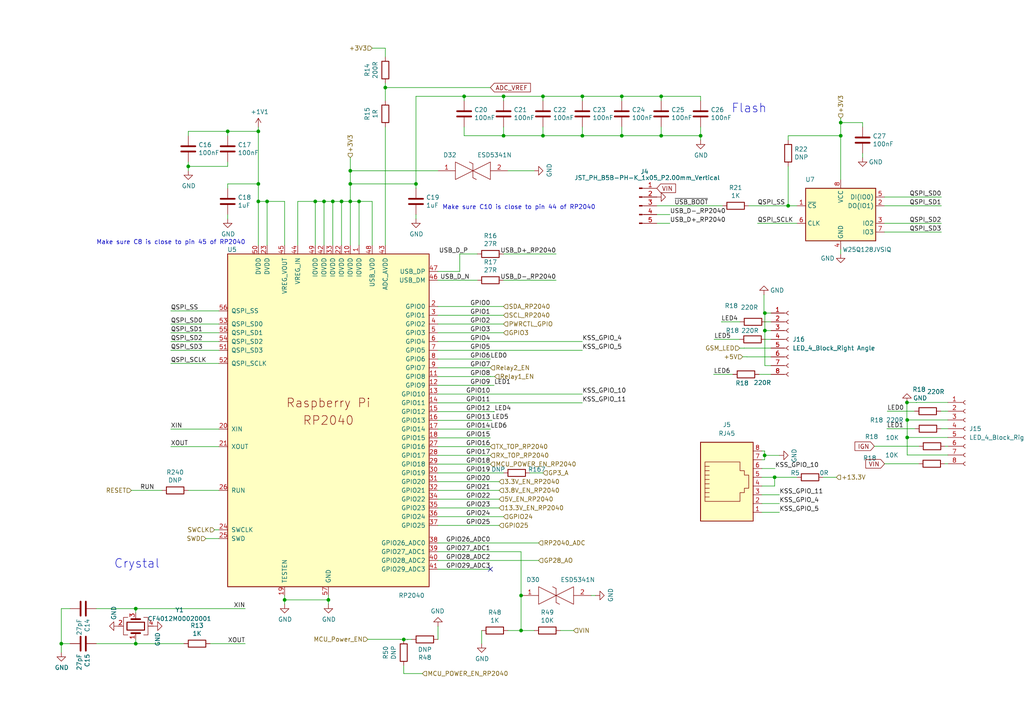
<source format=kicad_sch>
(kicad_sch (version 20231120) (generator "eeschema") (generator_version "8.0")
  (paper "A4")
  (lib_symbols
    (symbol "Connector:Conn_01x05_Male" (pin_names (offset 1.016) hide)
      (property "Reference" "J" (at 0 7.62 0))
      (property "Value" "Conn_01x05_Male" (at 0 -7.62 0))
      (symbol "Conn_01x05_Male_1_1"
        (pin passive line (at 5.08 5.08 180) (length 3.81) (name "Pin_1") (number "1"))
        (pin passive line (at 5.08 2.54 180) (length 3.81) (name "Pin_2") (number "2"))
        (pin passive line (at 5.08 0 180) (length 3.81) (name "Pin_3") (number "3"))
        (pin passive line (at 5.08 -2.54 180) (length 3.81) (name "Pin_4") (number "4"))
        (pin passive line (at 5.08 -5.08 180) (length 3.81) (name "Pin_5") (number "5"))
      )
    )
    (symbol "Connector:Conn_01x08_Socket" (pin_names (offset 1.016) hide)
      (property "Reference" "J" (at 0 10.16 0))
      (property "Value" "Conn_01x08_Socket" (at 0 -12.7 0))
      (symbol "Conn_01x08_Socket_1_1"
        (pin passive line (at -5.08 7.62 0) (length 3.81) (name "Pin_1") (number "1"))
        (pin passive line (at -5.08 5.08 0) (length 3.81) (name "Pin_2") (number "2"))
        (pin passive line (at -5.08 2.54 0) (length 3.81) (name "Pin_3") (number "3"))
        (pin passive line (at -5.08 0 0) (length 3.81) (name "Pin_4") (number "4"))
        (pin passive line (at -5.08 -2.54 0) (length 3.81) (name "Pin_5") (number "5"))
        (pin passive line (at -5.08 -5.08 0) (length 3.81) (name "Pin_6") (number "6"))
        (pin passive line (at -5.08 -7.62 0) (length 3.81) (name "Pin_7") (number "7"))
        (pin passive line (at -5.08 -10.16 0) (length 3.81) (name "Pin_8") (number "8"))
      )
    )
    (symbol "Connector:RJ45" (pin_names (offset 1.016))
      (property "Reference" "J" (at -5.08 13.97 0))
      (property "Value" "RJ45" (at 2.54 13.97 0))
      (symbol "RJ45_1_1"
        (pin passive line (at 10.16 -7.62 180) (length 2.54) (name "~") (number "1"))
        (pin passive line (at 10.16 -5.08 180) (length 2.54) (name "~") (number "2"))
        (pin passive line (at 10.16 -2.54 180) (length 2.54) (name "~") (number "3"))
        (pin passive line (at 10.16 0 180) (length 2.54) (name "~") (number "4"))
        (pin passive line (at 10.16 2.54 180) (length 2.54) (name "~") (number "5"))
        (pin passive line (at 10.16 5.08 180) (length 2.54) (name "~") (number "6"))
        (pin passive line (at 10.16 7.62 180) (length 2.54) (name "~") (number "7"))
        (pin passive line (at 10.16 10.16 180) (length 2.54) (name "~") (number "8"))
      )
    )
    (symbol "Device:C" (pin_numbers hide) (pin_names (offset 0.254))
      (property "Reference" "C" (at 0.635 2.54 0))
      (property "Value" "C" (at 0.635 -2.54 0))
      (symbol "C_1_1"
        (pin passive line (at 0 3.81 270) (length 2.794) (name "~") (number "1"))
        (pin passive line (at 0 -3.81 90) (length 2.794) (name "~") (number "2"))
      )
    )
    (symbol "Device:Crystal_GND24" (pin_names (offset 1.016) hide)
      (property "Reference" "Y" (at 3.175 5.08 0))
      (property "Value" "Crystal_GND24" (at 3.175 3.175 0))
      (symbol "Crystal_GND24_1_1"
        (pin passive line (at -3.81 0 0) (length 1.27) (name "1") (number "1"))
        (pin passive line (at 0 5.08 270) (length 1.27) (name "2") (number "2"))
        (pin passive line (at 3.81 0 180) (length 1.27) (name "3") (number "3"))
        (pin passive line (at 0 -5.08 90) (length 1.27) (name "4") (number "4"))
      )
    )
    (symbol "Device:R" (pin_numbers hide) (pin_names (offset 0))
      (property "Reference" "R" (at 2.032 0 90))
      (property "Value" "R" (at 0 0 90))
      (symbol "R_1_1"
        (pin passive line (at 0 3.81 270) (length 1.27) (name "~") (number "1"))
        (pin passive line (at 0 -3.81 90) (length 1.27) (name "~") (number "2"))
      )
    )
    (symbol "MCU_RaspberryPi_RP2040:RP2040" (pin_names (offset 1.016))
      (property "Reference" "U" (at -29.21 49.53 0))
      (property "Value" "RP2040" (at 24.13 -49.53 0))
      (symbol "RP2040_0_0"
        (text "Raspberry Pi" (at 0 5.08 0) (effects (font (size 2.54 2.54))))
        (text "RP2040" (at 0 0 0) (effects (font (size 2.54 2.54))))
      )
      (symbol "RP2040_1_1"
        (pin power_in line (at 8.89 50.8 270) (length 2.54) (name "IOVDD") (number "1"))
        (pin power_in line (at 6.35 50.8 270) (length 2.54) (name "IOVDD") (number "10"))
        (pin bidirectional line (at 31.75 12.7 180) (length 2.54) (name "GPIO8") (number "11"))
        (pin bidirectional line (at 31.75 10.16 180) (length 2.54) (name "GPIO9") (number "12"))
        (pin bidirectional line (at 31.75 7.62 180) (length 2.54) (name "GPIO10") (number "13"))
        (pin bidirectional line (at 31.75 5.08 180) (length 2.54) (name "GPIO11") (number "14"))
        (pin bidirectional line (at 31.75 2.54 180) (length 2.54) (name "GPIO12") (number "15"))
        (pin bidirectional line (at 31.75 0 180) (length 2.54) (name "GPIO13") (number "16"))
        (pin bidirectional line (at 31.75 -2.54 180) (length 2.54) (name "GPIO14") (number "17"))
        (pin bidirectional line (at 31.75 -5.08 180) (length 2.54) (name "GPIO15") (number "18"))
        (pin passive line (at -12.7 -50.8 90) (length 2.54) (name "TESTEN") (number "19"))
        (pin bidirectional line (at 31.75 33.02 180) (length 2.54) (name "GPIO0") (number "2"))
        (pin input line (at -31.75 -2.54 0) (length 2.54) (name "XIN") (number "20"))
        (pin passive line (at -31.75 -7.62 0) (length 2.54) (name "XOUT") (number "21"))
        (pin power_in line (at 3.81 50.8 270) (length 2.54) (name "IOVDD") (number "22"))
        (pin power_in line (at -17.78 50.8 270) (length 2.54) (name "DVDD") (number "23"))
        (pin output line (at -31.75 -31.75 0) (length 2.54) (name "SWCLK") (number "24"))
        (pin bidirectional line (at -31.75 -34.29 0) (length 2.54) (name "SWD") (number "25"))
        (pin input line (at -31.75 -20.32 0) (length 2.54) (name "RUN") (number "26"))
        (pin bidirectional line (at 31.75 -7.62 180) (length 2.54) (name "GPIO16") (number "27"))
        (pin bidirectional line (at 31.75 -10.16 180) (length 2.54) (name "GPIO17") (number "28"))
        (pin bidirectional line (at 31.75 -12.7 180) (length 2.54) (name "GPIO18") (number "29"))
        (pin bidirectional line (at 31.75 30.48 180) (length 2.54) (name "GPIO1") (number "3"))
        (pin bidirectional line (at 31.75 -15.24 180) (length 2.54) (name "GPIO19") (number "30"))
        (pin bidirectional line (at 31.75 -17.78 180) (length 2.54) (name "GPIO20") (number "31"))
        (pin bidirectional line (at 31.75 -20.32 180) (length 2.54) (name "GPIO21") (number "32"))
        (pin power_in line (at 1.27 50.8 270) (length 2.54) (name "IOVDD") (number "33"))
        (pin bidirectional line (at 31.75 -22.86 180) (length 2.54) (name "GPIO22") (number "34"))
        (pin bidirectional line (at 31.75 -25.4 180) (length 2.54) (name "GPIO23") (number "35"))
        (pin bidirectional line (at 31.75 -27.94 180) (length 2.54) (name "GPIO24") (number "36"))
        (pin bidirectional line (at 31.75 -30.48 180) (length 2.54) (name "GPIO25") (number "37"))
        (pin bidirectional line (at 31.75 -35.56 180) (length 2.54) (name "GPIO26_ADC0") (number "38"))
        (pin bidirectional line (at 31.75 -38.1 180) (length 2.54) (name "GPIO27_ADC1") (number "39"))
        (pin bidirectional line (at 31.75 27.94 180) (length 2.54) (name "GPIO2") (number "4"))
        (pin bidirectional line (at 31.75 -40.64 180) (length 2.54) (name "GPIO28_ADC2") (number "40"))
        (pin bidirectional line (at 31.75 -43.18 180) (length 2.54) (name "GPIO29_ADC3") (number "41"))
        (pin power_in line (at -1.27 50.8 270) (length 2.54) (name "IOVDD") (number "42"))
        (pin power_in line (at 16.51 50.8 270) (length 2.54) (name "ADC_AVDD") (number "43"))
        (pin power_in line (at -8.89 50.8 270) (length 2.54) (name "VREG_IN") (number "44"))
        (pin power_out line (at -12.7 50.8 270) (length 2.54) (name "VREG_VOUT") (number "45"))
        (pin bidirectional line (at 31.75 40.64 180) (length 2.54) (name "USB_DM") (number "46"))
        (pin bidirectional line (at 31.75 43.18 180) (length 2.54) (name "USB_DP") (number "47"))
        (pin power_in line (at 12.7 50.8 270) (length 2.54) (name "USB_VDD") (number "48"))
        (pin power_in line (at -3.81 50.8 270) (length 2.54) (name "IOVDD") (number "49"))
        (pin bidirectional line (at 31.75 25.4 180) (length 2.54) (name "GPIO3") (number "5"))
        (pin power_in line (at -20.32 50.8 270) (length 2.54) (name "DVDD") (number "50"))
        (pin bidirectional line (at -31.75 20.32 0) (length 2.54) (name "QSPI_SD3") (number "51"))
        (pin output line (at -31.75 16.51 0) (length 2.54) (name "QSPI_SCLK") (number "52"))
        (pin bidirectional line (at -31.75 27.94 0) (length 2.54) (name "QSPI_SD0") (number "53"))
        (pin bidirectional line (at -31.75 22.86 0) (length 2.54) (name "QSPI_SD2") (number "54"))
        (pin bidirectional line (at -31.75 25.4 0) (length 2.54) (name "QSPI_SD1") (number "55"))
        (pin bidirectional line (at -31.75 31.75 0) (length 2.54) (name "QSPI_SS") (number "56"))
        (pin power_in line (at 0 -50.8 90) (length 2.54) (name "GND") (number "57"))
        (pin bidirectional line (at 31.75 22.86 180) (length 2.54) (name "GPIO4") (number "6"))
        (pin bidirectional line (at 31.75 20.32 180) (length 2.54) (name "GPIO5") (number "7"))
        (pin bidirectional line (at 31.75 17.78 180) (length 2.54) (name "GPIO6") (number "8"))
        (pin bidirectional line (at 31.75 15.24 180) (length 2.54) (name "GPIO7") (number "9"))
      )
    )
    (symbol "Memory_Flash:W25Q128JVS"
      (property "Reference" "U" (at -8.89 8.89 0))
      (property "Value" "W25Q128JVS" (at 7.62 8.89 0))
      (symbol "W25Q128JVS_1_1"
        (pin input line (at -12.7 2.54 0) (length 2.54) (name "~{CS}") (number "1"))
        (pin bidirectional line (at 12.7 2.54 180) (length 2.54) (name "DO(IO1)") (number "2"))
        (pin bidirectional line (at 12.7 -2.54 180) (length 2.54) (name "IO2") (number "3"))
        (pin power_in line (at 0 -10.16 90) (length 2.54) (name "GND") (number "4"))
        (pin bidirectional line (at 12.7 5.08 180) (length 2.54) (name "DI(IO0)") (number "5"))
        (pin input line (at -12.7 -2.54 0) (length 2.54) (name "CLK") (number "6"))
        (pin bidirectional line (at 12.7 -5.08 180) (length 2.54) (name "IO3") (number "7"))
        (pin power_in line (at 0 10.16 270) (length 2.54) (name "VCC") (number "8"))
      )
    )
    (symbol "SP0402B-ULC-01ETG:SP0402B-ULC-01ETG" (pin_names (offset 0.762))
      (property "Reference" "D" (at 12.7 8.89 0))
      (property "Value" "SP0402B-ULC-01ETG" (at 12.7 6.35 0))
      (symbol "SP0402B-ULC-01ETG_0_0"
        (pin passive line (at 0 0 0) (length 5.08) (name "~") (number "1"))
        (pin passive line (at 20.32 0 180) (length 5.08) (name "~") (number "2"))
      )
    )
    (symbol "power:+1V1" (power) (pin_names (offset 0))
      (property "Value" "+1V1" (at 0 3.556 0))
      (symbol "+1V1_1_1"
        (pin power_in line (at 0 0 90) (length 0) hide (name "+1V1") (number "1"))
      )
    )
    (symbol "power:GND" (power) (pin_names (offset 0))
      (property "Value" "GND" (at 0 -3.81 0))
      (symbol "GND_1_1"
        (pin power_in line (at 0 0 270) (length 0) hide (name "GND") (number "1"))
      )
    )
  )
  (junction (at 111.76 25.4))
  (junction (at 54.61 48.26))
  (junction (at 221.8396 90.8043))
  (junction (at 39.37 186.69))
  (junction (at 151.13 182.88))
  (junction (at 180.34 27.94))
  (junction (at 117.1006 185.4727))
  (junction (at 101.6 49.53))
  (junction (at 101.6 58.42))
  (junction (at 263.1254 126.8876))
  (junction (at 221.7707 132.08))
  (junction (at 95.25 173.99))
  (junction (at 74.93 58.42))
  (junction (at 180.34 39.37))
  (junction (at 151.13 172.72))
  (junction (at 221.8396 95.8843))
  (junction (at 263.1254 121.8163))
  (junction (at 17.78 186.69))
  (junction (at 263.0568 116.7363))
  (junction (at 104.14 58.42))
  (junction (at 39.37 176.53))
  (junction (at 93.98 58.42))
  (junction (at 96.52 58.42))
  (junction (at 82.55 173.99))
  (junction (at 74.93 38.1))
  (junction (at 91.44 58.42))
  (junction (at 168.91 39.37))
  (junction (at 101.6 53.34))
  (junction (at 134.62 27.94))
  (junction (at 157.48 27.94))
  (junction (at 228.6 59.69))
  (junction (at 66.04 38.1))
  (junction (at 74.93 53.34))
  (junction (at 99.06 58.42))
  (junction (at 191.77 39.37))
  (junction (at 120.65 53.34))
  (junction (at 191.77 27.94))
  (junction (at 168.91 27.94))
  (junction (at 77.47 58.42))
  (junction (at 146.05 27.94))
  (junction (at 157.48 39.37))
  (junction (at 243.84 39.37))
  (junction (at 243.84 35.56))
  (junction (at 203.2 39.37))
  (junction (at 146.05 39.37))
  (junction (at 224.6746 138.43))
  (no_connect (at 142.24 165.1))
  (wire (pts (xy 111.76 36.83) (xy 111.76 71.12)))
  (wire (pts (xy 49.53 124.46) (xy 63.5 124.46)))
  (wire (pts (xy 59.69 156.21) (xy 63.5 156.21)))
  (wire (pts (xy 191.77 39.37) (xy 203.2 39.37)))
  (wire (pts (xy 66.04 53.34) (xy 74.93 53.34)))
  (wire (pts (xy 122.5125 195.3653) (xy 117.1006 195.3653)))
  (wire (pts (xy 127 160.02) (xy 151.13 160.02)))
  (wire (pts (xy 238.76 138.43) (xy 242.57 138.43)))
  (wire (pts (xy 191.77 27.94) (xy 203.2 27.94)))
  (wire (pts (xy 143.1694 119.3787) (xy 143.1694 119.38)))
  (wire (pts (xy 101.6 58.42) (xy 104.14 58.42)))
  (wire (pts (xy 127.039 181.6432) (xy 127.039 185.4532)))
  (wire (pts (xy 180.34 27.94) (xy 191.77 27.94)))
  (wire (pts (xy 143.4165 119.3774) (xy 143.4234 119.3787)))
  (wire (pts (xy 221.8396 90.8043) (xy 221.8396 95.8843)))
  (wire (pts (xy 142.24 109.2128) (xy 142.24 109.22)))
  (wire (pts (xy 82.55 173.99) (xy 95.25 173.99)))
  (wire (pts (xy 216.6521 103.4902) (xy 216.6521 103.5043)))
  (wire (pts (xy 180.34 39.37) (xy 168.91 39.37)))
  (wire (pts (xy 39.37 186.69) (xy 53.34 186.69)))
  (wire (pts (xy 142.6874 121.92) (xy 127 121.92)))
  (wire (pts (xy 127 49.53) (xy 101.6 49.53)))
  (wire (pts (xy 191.77 29.21) (xy 191.77 27.94)))
  (wire (pts (xy 86.36 58.42) (xy 91.44 58.42)))
  (wire (pts (xy 221.7707 132.08) (xy 221.7707 130.81)))
  (wire (pts (xy 146.05 27.94) (xy 157.48 27.94)))
  (wire (pts (xy 207.0067 108.5843) (xy 212.5516 108.5843)))
  (wire (pts (xy 54.61 46.99) (xy 54.61 48.26)))
  (wire (pts (xy 228.6 48.26) (xy 228.6 59.69)))
  (wire (pts (xy 127 142.24) (xy 144.78 142.24)))
  (wire (pts (xy 101.6 49.53) (xy 101.6 53.34)))
  (wire (pts (xy 127 104.14) (xy 142.24 104.14)))
  (wire (pts (xy 95.25 173.99) (xy 95.25 175.26)))
  (wire (pts (xy 118.2663 185.4532) (xy 119.419 185.4532)))
  (wire (pts (xy 111.76 13.97) (xy 107.95 13.97)))
  (wire (pts (xy 272.8769 119.2612) (xy 274.3404 119.2612)))
  (wire (pts (xy 127 106.68) (xy 142.24 106.68)))
  (wire (pts (xy 27.94 176.53) (xy 39.37 176.53)))
  (wire (pts (xy 120.65 27.94) (xy 120.65 53.34)))
  (wire (pts (xy 143.3159 111.7647) (xy 142.24 111.7647)))
  (wire (pts (xy 101.6 53.34) (xy 101.6 58.42)))
  (wire (pts (xy 153.67 137.16) (xy 157.48 137.16)))
  (wire (pts (xy 127 127) (xy 142.24 127)))
  (wire (pts (xy 220.98 143.51) (xy 226.06 143.51)))
  (wire (pts (xy 274.9191 116.7276) (xy 265.8174 116.7276)))
  (wire (pts (xy 60.96 186.69) (xy 71.12 186.69)))
  (wire (pts (xy 253.5964 129.4276) (xy 266.517 129.4276)))
  (wire (pts (xy 274.137 129.4276) (xy 274.9191 129.4276)))
  (wire (pts (xy 194.31 62.23) (xy 190.5 62.23)))
  (wire (pts (xy 127 96.52) (xy 146.05 96.52)))
  (wire (pts (xy 207.1393 98.4253) (xy 207.1393 98.4243)))
  (wire (pts (xy 93.98 58.42) (xy 96.52 58.42)))
  (wire (pts (xy 216.6521 103.5043) (xy 223.6347 103.5043)))
  (wire (pts (xy 223.6347 95.8843) (xy 221.8396 95.8843)))
  (wire (pts (xy 157.48 27.94) (xy 168.91 27.94)))
  (wire (pts (xy 194.31 64.77) (xy 190.5 64.77)))
  (wire (pts (xy 221.7707 133.35) (xy 221.7707 132.08)))
  (wire (pts (xy 66.04 54.61) (xy 66.04 53.34)))
  (wire (pts (xy 74.93 53.34) (xy 74.93 58.42)))
  (wire (pts (xy 20.32 176.53) (xy 17.78 176.53)))
  (wire (pts (xy 203.2 36.83) (xy 203.2 39.37)))
  (wire (pts (xy 99.06 71.12) (xy 99.06 58.42)))
  (wire (pts (xy 142.24 124.4539) (xy 142.24 124.46)))
  (wire (pts (xy 127 144.78) (xy 144.78 144.78)))
  (wire (pts (xy 263.0381 116.7363) (xy 263.0381 121.8163)))
  (wire (pts (xy 180.34 29.21) (xy 180.34 27.94)))
  (wire (pts (xy 146.05 39.37) (xy 134.62 39.37)))
  (wire (pts (xy 221.8396 95.8843) (xy 221.8396 106.0443)))
  (wire (pts (xy 215.8494 100.9643) (xy 223.6347 100.9643)))
  (wire (pts (xy 111.76 16.51) (xy 111.76 13.97)))
  (wire (pts (xy 221.8396 106.0443) (xy 223.6347 106.0443)))
  (wire (pts (xy 143.1694 119.38) (xy 127 119.38)))
  (wire (pts (xy 63.5 90.17) (xy 49.53 90.17)))
  (wire (pts (xy 274.9191 131.9676) (xy 263.1254 131.9676)))
  (wire (pts (xy 111.76 25.4) (xy 142.24 25.4)))
  (wire (pts (xy 207.0067 108.5876) (xy 207.0067 108.5843)))
  (wire (pts (xy 111.76 25.4) (xy 111.76 24.13)))
  (wire (pts (xy 222.2145 93.3443) (xy 223.6347 93.3443)))
  (wire (pts (xy 209.4507 93.3443) (xy 214.5945 93.3443)))
  (wire (pts (xy 66.04 39.37) (xy 66.04 38.1)))
  (wire (pts (xy 77.47 58.42) (xy 74.93 58.42)))
  (wire (pts (xy 146.05 36.83) (xy 146.05 39.37)))
  (wire (pts (xy 49.53 96.52) (xy 63.5 96.52)))
  (wire (pts (xy 256.54 67.31) (xy 273.05 67.31)))
  (wire (pts (xy 203.2 39.37) (xy 203.2 40.64)))
  (wire (pts (xy 134.62 27.94) (xy 146.05 27.94)))
  (wire (pts (xy 127 81.28) (xy 138.43 81.28)))
  (wire (pts (xy 74.93 58.42) (xy 74.93 71.12)))
  (wire (pts (xy 274.3404 119.2676) (xy 274.9191 119.2676)))
  (wire (pts (xy 127 162.56) (xy 156.21 162.56)))
  (wire (pts (xy 127 147.32) (xy 144.78 147.32)))
  (wire (pts (xy 215.4186 103.4902) (xy 216.6521 103.4902)))
  (wire (pts (xy 180.34 36.83) (xy 180.34 39.37)))
  (wire (pts (xy 107.95 71.12) (xy 107.95 58.42)))
  (wire (pts (xy 134.62 27.94) (xy 120.65 27.94)))
  (wire (pts (xy 168.91 29.21) (xy 168.91 27.94)))
  (wire (pts (xy 146.05 73.66) (xy 161.29 73.66)))
  (wire (pts (xy 203.2 29.21) (xy 203.2 27.94)))
  (wire (pts (xy 221.586 85.4822) (xy 221.586 90.8043)))
  (wire (pts (xy 120.65 62.23) (xy 120.65 63.5)))
  (wire (pts (xy 101.6 45.72) (xy 101.6 49.53)))
  (wire (pts (xy 49.53 101.6) (xy 63.5 101.6)))
  (wire (pts (xy 77.47 71.12) (xy 77.47 58.42)))
  (wire (pts (xy 20.32 186.69) (xy 17.78 186.69)))
  (wire (pts (xy 127 99.06) (xy 168.91 99.06)))
  (wire (pts (xy 49.53 99.06) (xy 63.5 99.06)))
  (wire (pts (xy 224.6746 138.43) (xy 220.98 138.43)))
  (wire (pts (xy 127 91.44) (xy 146.05 91.44)))
  (wire (pts (xy 166.37 182.88) (xy 162.56 182.88)))
  (wire (pts (xy 127 88.9) (xy 146.05 88.9)))
  (wire (pts (xy 82.55 71.12) (xy 82.55 58.42)))
  (wire (pts (xy 101.6 53.34) (xy 120.65 53.34)))
  (wire (pts (xy 191.77 36.83) (xy 191.77 39.37)))
  (wire (pts (xy 223.6347 90.8043) (xy 221.8396 90.8043)))
  (wire (pts (xy 214.5429 100.9726) (xy 215.8494 100.9726)))
  (wire (pts (xy 228.6 39.37) (xy 243.84 39.37)))
  (wire (pts (xy 151.13 160.02) (xy 151.13 172.72)))
  (wire (pts (xy 127 149.86) (xy 146.05 149.86)))
  (wire (pts (xy 265.8174 116.7363) (xy 263.0568 116.7363)))
  (wire (pts (xy 147.32 182.88) (xy 151.13 182.88)))
  (wire (pts (xy 104.14 58.42) (xy 104.14 71.12)))
  (wire (pts (xy 217.17 59.69) (xy 228.6 59.69)))
  (wire (pts (xy 263.1254 121.8163) (xy 263.1254 126.8876)))
  (wire (pts (xy 63.5 129.54) (xy 49.53 129.54)))
  (wire (pts (xy 257.3361 119.2612) (xy 265.2569 119.2612)))
  (wire (pts (xy 104.14 58.42) (xy 107.95 58.42)))
  (wire (pts (xy 106.68 185.42) (xy 116.1625 185.42)))
  (wire (pts (xy 257.8411 134.5076) (xy 266.4376 134.5076)))
  (wire (pts (xy 111.76 25.4) (xy 111.76 29.21)))
  (wire (pts (xy 263.0568 116.7363) (xy 263.0381 116.7363)))
  (wire (pts (xy 86.36 71.12) (xy 86.36 58.42)))
  (wire (pts (xy 118.2663 185.4727) (xy 118.2663 185.4532)))
  (wire (pts (xy 74.93 36.83) (xy 74.93 38.1)))
  (wire (pts (xy 142.24 111.7647) (xy 142.24 111.76)))
  (wire (pts (xy 243.84 39.37) (xy 243.84 52.07)))
  (wire (pts (xy 172.72 172.72) (xy 171.45 172.72)))
  (wire (pts (xy 127 116.84) (xy 168.91 116.84)))
  (wire (pts (xy 54.61 48.26) (xy 54.61 49.53)))
  (wire (pts (xy 74.93 38.1) (xy 74.93 53.34)))
  (wire (pts (xy 117.1006 185.4727) (xy 118.2663 185.4727)))
  (wire (pts (xy 224.6746 140.97) (xy 220.98 140.97)))
  (wire (pts (xy 272.9551 124.3476) (xy 274.9191 124.3476)))
  (wire (pts (xy 127 139.7) (xy 144.78 139.7)))
  (wire (pts (xy 133.35 73.66) (xy 138.43 73.66)))
  (wire (pts (xy 82.55 172.72) (xy 82.55 173.99)))
  (wire (pts (xy 221.586 90.8043) (xy 221.8396 90.8043)))
  (wire (pts (xy 82.55 173.99) (xy 82.55 175.26)))
  (wire (pts (xy 17.78 186.69) (xy 17.78 189.23)))
  (wire (pts (xy 220.98 133.35) (xy 221.7707 133.35)))
  (wire (pts (xy 220.98 148.59) (xy 226.06 148.59)))
  (wire (pts (xy 127 132.08) (xy 142.24 132.08)))
  (wire (pts (xy 127 157.48) (xy 156.21 157.48)))
  (wire (pts (xy 134.62 36.83) (xy 134.62 39.37)))
  (wire (pts (xy 220.98 146.05) (xy 226.06 146.05)))
  (wire (pts (xy 146.05 29.21) (xy 146.05 27.94)))
  (wire (pts (xy 139.7 186.69) (xy 139.7 182.88)))
  (wire (pts (xy 63.5 105.41) (xy 49.53 105.41)))
  (wire (pts (xy 27.94 186.69) (xy 39.37 186.69)))
  (wire (pts (xy 95.25 172.72) (xy 95.25 173.99)))
  (wire (pts (xy 17.78 176.53) (xy 17.78 186.69)))
  (wire (pts (xy 191.77 39.37) (xy 180.34 39.37)))
  (wire (pts (xy 54.61 142.24) (xy 63.5 142.24)))
  (wire (pts (xy 99.06 58.42) (xy 101.6 58.42)))
  (wire (pts (xy 66.04 38.1) (xy 74.93 38.1)))
  (wire (pts (xy 224.6746 138.43) (xy 231.14 138.43)))
  (wire (pts (xy 228.6 40.64) (xy 228.6 39.37)))
  (wire (pts (xy 256.54 59.69) (xy 273.05 59.69)))
  (wire (pts (xy 127 152.4) (xy 144.78 152.4)))
  (wire (pts (xy 96.52 71.12) (xy 96.52 58.42)))
  (wire (pts (xy 250.19 44.45) (xy 250.19 45.72)))
  (wire (pts (xy 117.1006 195.3653) (xy 117.1006 193.0927)))
  (wire (pts (xy 133.35 73.66) (xy 133.35 78.74)))
  (wire (pts (xy 256.54 57.15) (xy 273.05 57.15)))
  (wire (pts (xy 256.5555 134.5237) (xy 257.8411 134.5237)))
  (wire (pts (xy 116.1625 185.42) (xy 116.1625 185.4727)))
  (wire (pts (xy 116.1625 185.4727) (xy 117.1006 185.4727)))
  (wire (pts (xy 220.98 135.89) (xy 224.79 135.89)))
  (wire (pts (xy 263.1254 126.8876) (xy 263.1254 131.9676)))
  (wire (pts (xy 127 93.98) (xy 146.05 93.98)))
  (wire (pts (xy 134.62 29.21) (xy 134.62 27.94)))
  (wire (pts (xy 49.53 93.98) (xy 63.5 93.98)))
  (wire (pts (xy 274.0576 134.5076) (xy 274.9191 134.5076)))
  (wire (pts (xy 226.06 132.08) (xy 221.7707 132.08)))
  (wire (pts (xy 190.5 59.69) (xy 209.55 59.69)))
  (wire (pts (xy 257.238 124.3476) (xy 265.3351 124.3476)))
  (wire (pts (xy 127 109.22) (xy 142.24 109.22)))
  (wire (pts (xy 157.48 39.37) (xy 146.05 39.37)))
  (wire (pts (xy 54.61 38.1) (xy 66.04 38.1)))
  (wire (pts (xy 157.48 36.83) (xy 157.48 39.37)))
  (wire (pts (xy 257.8411 134.5237) (xy 257.8411 134.5076)))
  (wire (pts (xy 127 129.54) (xy 142.24 129.54)))
  (wire (pts (xy 54.61 48.26) (xy 66.04 48.26)))
  (wire (pts (xy 127 111.76) (xy 142.24 111.76)))
  (wire (pts (xy 91.44 71.12) (xy 91.44 58.42)))
  (wire (pts (xy 127 114.3) (xy 168.91 114.3)))
  (wire (pts (xy 93.98 71.12) (xy 93.98 58.42)))
  (wire (pts (xy 62.23 153.67) (xy 63.5 153.67)))
  (wire (pts (xy 127 165.1) (xy 142.24 165.1)))
  (wire (pts (xy 38.1 142.24) (xy 46.99 142.24)))
  (wire (pts (xy 243.84 35.56) (xy 243.84 39.37)))
  (wire (pts (xy 127 134.62) (xy 142.24 134.62)))
  (wire (pts (xy 82.55 58.42) (xy 77.47 58.42)))
  (wire (pts (xy 127 78.74) (xy 133.35 78.74)))
  (wire (pts (xy 143.4918 109.2128) (xy 142.24 109.2128)))
  (wire (pts (xy 274.9191 126.8876) (xy 263.1254 126.8876)))
  (wire (pts (xy 168.91 39.37) (xy 157.48 39.37)))
  (wire (pts (xy 66.04 48.26) (xy 66.04 46.99)))
  (wire (pts (xy 222.0746 98.4243) (xy 223.6347 98.4243)))
  (wire (pts (xy 243.84 34.29) (xy 243.84 35.56)))
  (wire (pts (xy 219.71 64.77) (xy 231.14 64.77)))
  (wire (pts (xy 127 124.46) (xy 142.24 124.46)))
  (wire (pts (xy 228.6 59.69) (xy 231.14 59.69)))
  (wire (pts (xy 243.84 72.39) (xy 243.84 73.66)))
  (wire (pts (xy 250.19 36.83) (xy 250.19 35.56)))
  (wire (pts (xy 274.3404 119.2612) (xy 274.3404 119.2676)))
  (wire (pts (xy 151.13 182.88) (xy 154.94 182.88)))
  (wire (pts (xy 207.1393 98.4243) (xy 214.4546 98.4243)))
  (wire (pts (xy 66.04 62.23) (xy 66.04 63.5)))
  (wire (pts (xy 263.0381 121.8163) (xy 263.1254 121.8163)))
  (wire (pts (xy 263.1254 121.8076) (xy 263.1254 121.8163)))
  (wire (pts (xy 220.1716 108.5843) (xy 223.6347 108.5843)))
  (wire (pts (xy 265.8174 116.7276) (xy 265.8174 116.7363)))
  (wire (pts (xy 39.37 177.8) (xy 39.37 176.53)))
  (wire (pts (xy 101.6 71.12) (xy 101.6 58.42)))
  (wire (pts (xy 39.37 176.53) (xy 71.12 176.53)))
  (wire (pts (xy 263.1254 121.8076) (xy 274.9191 121.8076)))
  (wire (pts (xy 39.37 185.42) (xy 39.37 186.69)))
  (wire (pts (xy 143.1694 119.3787) (xy 143.4165 119.3774)))
  (wire (pts (xy 151.13 172.72) (xy 151.13 182.88)))
  (wire (pts (xy 256.54 64.77) (xy 273.05 64.77)))
  (wire (pts (xy 146.05 81.28) (xy 161.29 81.28)))
  (wire (pts (xy 120.65 54.61) (xy 120.65 53.34)))
  (wire (pts (xy 168.91 27.94) (xy 180.34 27.94)))
  (wire (pts (xy 224.6746 138.43) (xy 224.6746 140.97)))
  (wire (pts (xy 209.4507 93.3472) (xy 209.4507 93.3443)))
  (wire (pts (xy 91.44 58.42) (xy 93.98 58.42)))
  (wire (pts (xy 127 101.6) (xy 168.91 101.6)))
  (wire (pts (xy 96.52 58.42) (xy 99.06 58.42)))
  (wire (pts (xy 250.19 35.56) (xy 243.84 35.56)))
  (wire (pts (xy 157.48 29.21) (xy 157.48 27.94)))
  (wire (pts (xy 215.8494 100.9726) (xy 215.8494 100.9643)))
  (wire (pts (xy 220.98 130.81) (xy 221.7707 130.81)))
  (wire (pts (xy 168.91 36.83) (xy 168.91 39.37)))
  (wire (pts (xy 54.61 39.37) (xy 54.61 38.1)))
  (wire (pts (xy 209.1967 93.3472) (xy 209.4507 93.3472)))
  (wire (pts (xy 147.32 49.53) (xy 154.94 49.53)))
  (wire (pts (xy 127 137.16) (xy 146.05 137.16)))
  (text "Make sure C8 is close to pin 45 of RP2040" (at 27.94 71.12 0) (effects (font (size 1.27 1.27)) (justify left bottom)))
  (text "Make sure C10 is close to pin 44 of RP2040" (at 128.27 60.96 0) (effects (font (size 1.27 1.27)) (justify left bottom)))
  (text "Flash" (at 212.09 33.02 0) (effects (font (size 2.54 2.54)) (justify left bottom)))
  (text "Crystal" (at 33.02 165.1 0) (effects (font (size 2.54 2.54)) (justify left bottom)))
  (label "USB_D_P" (at 135.7763 73.66 180))
  (label "GPIO22" (at 142.24 144.78 180))
  (label "GPIO17" (at 142.24 132.08 180))
  (label "GPIO9" (at 142.24 111.7647 180))
  (label "XIN" (at 71.12 176.53 180))
  (label "USB_D+_RP2040" (at 161.29 73.66 180))
  (label "GPIO5" (at 142.24 101.6 180))
  (label "KSS_GPIO_4" (at 168.91 99.06 0))
  (label "GPIO15" (at 142.24 127 180))
  (label "LED4" (at 143.4234 119.3787 0))
  (label "QSPI_SD0" (at 49.53 93.98 0))
  (label "GPIO18" (at 142.24 134.62 180))
  (label "GPIO26_ADC0" (at 142.24 157.48 180))
  (label "GPIO24" (at 142.24 149.86 180))
  (label "QSPI_SD2" (at 49.53 99.06 0))
  (label "GPIO27_ADC1" (at 142.24 160.02 180))
  (label "QSPI_SCLK" (at 219.71 64.77 0))
  (label "LED6" (at 142.24 124.46 0))
  (label "GPIO7" (at 142.24 106.68 180))
  (label "GPIO14" (at 142.24 124.4539 180))
  (label "GPIO3" (at 142.24 96.52 180))
  (label "LED0" (at 142.24 104.14 0))
  (label "GPIO0" (at 142.24 88.9 180))
  (label "LED1" (at 257.238 124.3476 0))
  (label "QSPI_SD3" (at 273.05 67.31 180))
  (label "GPIO11" (at 142.24 116.84 180))
  (label "LED6" (at 207.0067 108.5876 0))
  (label "QSPI_SD0" (at 273.05 57.15 180))
  (label "USB_D-_RP2040" (at 194.31 62.23 0))
  (label "GPIO4" (at 142.24 99.06 180))
  (label "LED5" (at 142.6874 121.92 0))
  (label "GPIO20" (at 142.24 139.7 180))
  (label "~{USB_BOOT}" (at 195.58 59.69 0))
  (label "GPIO13" (at 142.24 121.92 180))
  (label "LED0" (at 257.3361 119.2612 0))
  (label "GPIO12" (at 142.24 119.38 180))
  (label "GPIO6" (at 142.24 104.14 180))
  (label "KSS_GPIO_10" (at 168.91 114.3 0))
  (label "LED5" (at 207.1393 98.4253 0))
  (label "KSS_GPIO_5" (at 226.06 148.59 0))
  (label "GPIO29_ADC3" (at 142.24 165.1 180))
  (label "GPIO1" (at 142.24 91.44 180))
  (label "GPIO28_ADC2" (at 142.24 162.56 180))
  (label "KSS_GPIO_10" (at 224.79 135.89 0))
  (label "QSPI_SCLK" (at 49.53 105.41 0))
  (label "QSPI_SS" (at 49.53 90.17 0))
  (label "KSS_GPIO_4" (at 226.06 146.05 0))
  (label "GPIO23" (at 142.24 147.32 180))
  (label "QSPI_SD3" (at 49.53 101.6 0))
  (label "USB_D+_RP2040" (at 194.31 64.77 0))
  (label "KSS_GPIO_5" (at 168.91 101.6 0))
  (label "LED1" (at 143.3159 111.7647 0))
  (label "KSS_GPIO_11" (at 226.06 143.51 0))
  (label "RUN" (at 40.64 142.24 0))
  (label "USB_D_N" (at 136.2125 81.28 180))
  (label "GPIO19" (at 142.24 137.16 180))
  (label "GPIO10" (at 142.24 114.3 180))
  (label "QSPI_SD1" (at 273.05 59.69 180))
  (label "QSPI_SD2" (at 273.05 64.77 180))
  (label "GPIO16" (at 142.24 129.54 180))
  (label "XOUT" (at 49.53 129.54 0))
  (label "QSPI_SD1" (at 49.53 96.52 0))
  (label "GPIO8" (at 142.24 109.2128 180))
  (label "XOUT" (at 71.12 186.69 180))
  (label "GPIO25" (at 142.24 152.4 180))
  (label "QSPI_SS" (at 219.71 59.69 0))
  (label "XIN" (at 49.53 124.46 0))
  (label "LED4" (at 209.1967 93.3472 0))
  (label "GPIO21" (at 142.24 142.24 180))
  (label "KSS_GPIO_11" (at 168.91 116.84 0))
  (label "GPIO2" (at 142.24 93.98 180))
  (label "USB_D-_RP2040" (at 161.29 81.28 180))
  (global_label "ADC_VREF" (shape input) (at 142.24 25.4 0) (property "Intersheetrefs" "${INTERSHEET_REFS}" (effects (hide yes))))
  (global_label "IGN" (shape input) (at 253.5964 129.4276 180) (property "Intersheetrefs" "${INTERSHEET_REFS}" (effects (hide yes))))
  (global_label "VIN" (shape input) (at 256.5555 134.5237 180) (property "Intersheetrefs" "${INTERSHEET_REFS}" (effects (hide yes))))
  (global_label "VIN" (shape input) (at 190.5 54.61 0) (property "Intersheetrefs" "${INTERSHEET_REFS}" (effects (hide yes))))
  (hierarchical_label "GP3_A" (shape input) (at 157.48 137.16 0))
  (hierarchical_label "+3V3" (shape input) (at 101.6 45.72 90))
  (hierarchical_label "SCL_RP2040" (shape input) (at 146.05 91.44 0))
  (hierarchical_label "+3V3" (shape input) (at 107.95 13.97 180))
  (hierarchical_label "RP2040_ADC" (shape input) (at 156.21 157.48 0))
  (hierarchical_label "SDA_RP2040" (shape input) (at 146.05 88.9 0))
  (hierarchical_label "SWCLK" (shape input) (at 62.23 153.67 180))
  (hierarchical_label "Relay2_EN" (shape input) (at 142.24 106.68 0))
  (hierarchical_label "VIN" (shape input) (at 166.37 182.88 0))
  (hierarchical_label "GPIO25" (shape input) (at 144.78 152.4 0))
  (hierarchical_label "RX_TOP_RP2040" (shape input) (at 142.24 132.08 0))
  (hierarchical_label "5V_EN_RP2040" (shape input) (at 144.78 144.78 0))
  (hierarchical_label "13.3V_EN_RP2040" (shape input) (at 144.78 147.32 0))
  (hierarchical_label "MCU_Power_EN" (shape input) (at 106.68 185.42 180))
  (hierarchical_label "MCU_POWER_EN_RP2040" (shape input) (at 122.5125 195.3653 0))
  (hierarchical_label "MCU_POWER_EN_RP2040" (shape input) (at 142.24 134.62 0))
  (hierarchical_label "3.3V_EN_RP2040" (shape input) (at 144.78 139.7 0))
  (hierarchical_label "3.8V_EN_RP2040" (shape input) (at 144.78 142.24 0))
  (hierarchical_label "+13.3V" (shape input) (at 242.57 138.43 0))
  (hierarchical_label "GPIO24" (shape input) (at 146.05 149.86 0))
  (hierarchical_label "TX_TOP_RP2040" (shape input) (at 142.24 129.54 0))
  (hierarchical_label "SWD" (shape input) (at 59.69 156.21 180))
  (hierarchical_label "PWRCTL_GPIO" (shape input) (at 146.05 93.98 0))
  (hierarchical_label "GSM_LED" (shape input) (at 214.5429 100.9726 180))
  (hierarchical_label "GPIO3" (shape input) (at 146.05 96.52 0))
  (hierarchical_label "+5V" (shape input) (at 215.4186 103.4902 180))
  (hierarchical_label "+3V3" (shape input) (at 243.84 34.29 90))
  (hierarchical_label "RESET" (shape input) (at 38.1 142.24 180))
  (hierarchical_label "GP28_AO" (shape input) (at 156.21 162.56 0))
  (hierarchical_label "Relay1_EN" (shape input) (at 143.4918 109.2128 0))
  (symbol (lib_id "Device:R") (at 57.15 186.69 270) (unit 1)
    (property "Reference" "R13" (at 57.15 181.4322 90))
    (property "Value" "1K" (at 57.15 183.7436 90))
    (property "Footprint" "Resistor_SMD:R_0603_1608Metric" (effects (hide yes)))
    (property "MPN" "0603WAF1001T5E" (effects (hide yes)))
  )
  (symbol (lib_id "SP0402B-ULC-01ETG:SP0402B-ULC-01ETG") (at 127 49.53 0) (unit 1)
    (property "Reference" "D32" (at 128.524 44.958 0) (effects (justify left)))
    (property "Value" "ESD5341N" (at 138.43 44.958 0) (effects (justify left)))
    (property "Footprint" "Footprint Library:ESD5341N" (effects (hide yes)))
    (property "Datasheet" "https://www.mouser.com/datasheet/2/240/Littelfuse_TVS_Diode_Array_Ultra_Low_Capacitance_D-1021420.pdf" (effects (hide yes)))
    (property "Description" "ESD Suppressors / TVS Diodes 5V .13pF 20kV" (effects (hide yes)))
    (property "Manufacturer_Name" "LITTELFUSE" (effects (hide yes)))
    (property "Manufacturer_Part_Number" "SP0402B-ULC-01ETG" (effects (hide yes)))
    (property "Mouser Part Number" "576-SP0402BULC-01ETG" (effects (hide yes)))
    (property "Mouser Price/Stock" "https://www.mouser.co.uk/ProductDetail/Littelfuse/SP0402B-ULC-01ETG?qs=lM4gFlnEeENx4cnTNlk34g%3D%3D" (effects (hide yes)))
    (property "Arrow Part Number" "SP0402B-ULC-01ETG" (effects (hide yes)))
    (property "Arrow Price/Stock" "https://www.arrow.com/en/products/sp0402b-ulc-01etg/littelfuse?region=nac" (effects (hide yes)))
    (property "MPN" "ESD5341N" (effects (hide yes)))
  )
  (symbol (lib_id "Device:C") (at 24.13 186.69 270) (unit 1)
    (property "Reference" "C15" (at 25.2984 189.611 0) (effects (justify left)))
    (property "Value" "27pF" (at 22.987 189.611 0) (effects (justify left)))
    (property "Footprint" "Capacitor_SMD:C_0603_1608Metric" (effects (hide yes)))
    (property "MPN" "0603CG270J500NT" (effects (hide yes)))
  )
  (symbol (lib_id "Device:C") (at 24.13 176.53 270) (unit 1)
    (property "Reference" "C14" (at 25.2984 179.451 0) (effects (justify left)))
    (property "Value" "27pF" (at 22.987 179.451 0) (effects (justify left)))
    (property "Footprint" "Capacitor_SMD:C_0603_1608Metric" (effects (hide yes)))
    (property "MPN" "0603CG270J500NT" (effects (hide yes)))
  )
  (symbol (lib_id "Device:C") (at 191.77 33.02 0) (unit 1)
    (property "Reference" "C25" (at 194.691 31.8516 0) (effects (justify left)))
    (property "Value" "100nF" (at 194.691 34.163 0) (effects (justify left)))
    (property "Footprint" "Capacitor_SMD:C_0402_1005Metric" (effects (hide yes)))
    (property "MPN" "CC0402KRX7R7BB104" (effects (hide yes)))
  )
  (symbol (lib_id "Device:R") (at 269.1451 124.3476 90) (unit 1)
    (property "Reference" "R18" (at 254.2422 121.851 90))
    (property "Value" "220R" (at 259.5396 121.8334 90))
    (property "Footprint" "Resistor_SMD:R_0603_1608Metric" (effects (hide yes)))
    (property "MPN" "0603WAF2200T5E" (effects (hide yes)))
  )
  (symbol (lib_id "Device:R") (at 270.2476 134.5076 90) (unit 1)
    (property "Reference" "R18" (at 252.2744 132.8663 90))
    (property "Value" "10K" (at 258.6591 132.0151 90))
    (property "Footprint" "Resistor_SMD:R_0603_1608Metric" (effects (hide yes)))
    (property "MPN" "0603WAF1002T5E" (effects (hide yes)))
  )
  (symbol (lib_id "power:GND") (at 17.78 189.23 0) (unit 1)
    (property "Reference" "#PWR0135" (effects (hide yes)))
    (property "Value" "GND" (at 17.907 193.6242 0))
  )
  (symbol (lib_id "Device:R") (at 142.24 73.66 270) (unit 1)
    (property "Reference" "R16" (at 142.24 68.4022 90))
    (property "Value" "27R" (at 142.24 70.7136 90))
    (property "Footprint" "Resistor_SMD:R_0603_1608Metric" (effects (hide yes)))
    (property "MPN" "0603WAF270JT5E" (effects (hide yes)))
  )
  (symbol (lib_id "SP0402B-ULC-01ETG:SP0402B-ULC-01ETG") (at 151.13 172.72 0) (unit 1)
    (property "Reference" "D30" (at 152.654 168.148 0) (effects (justify left)))
    (property "Value" "ESD5341N" (at 162.56 168.148 0) (effects (justify left)))
    (property "Footprint" "Footprint Library:ESD5341N" (effects (hide yes)))
    (property "Datasheet" "https://www.mouser.com/datasheet/2/240/Littelfuse_TVS_Diode_Array_Ultra_Low_Capacitance_D-1021420.pdf" (effects (hide yes)))
    (property "Description" "ESD Suppressors / TVS Diodes 5V .13pF 20kV" (effects (hide yes)))
    (property "Manufacturer_Name" "LITTELFUSE" (effects (hide yes)))
    (property "Manufacturer_Part_Number" "SP0402B-ULC-01ETG" (effects (hide yes)))
    (property "Mouser Part Number" "576-SP0402BULC-01ETG" (effects (hide yes)))
    (property "Mouser Price/Stock" "https://www.mouser.co.uk/ProductDetail/Littelfuse/SP0402B-ULC-01ETG?qs=lM4gFlnEeENx4cnTNlk34g%3D%3D" (effects (hide yes)))
    (property "Arrow Part Number" "SP0402B-ULC-01ETG" (effects (hide yes)))
    (property "Arrow Price/Stock" "https://www.arrow.com/en/products/sp0402b-ulc-01etg/littelfuse?region=nac" (effects (hide yes)))
    (property "MPN" "ESD5341N" (effects (hide yes)))
  )
  (symbol (lib_id "Device:R") (at 216.3616 108.5843 90) (unit 1)
    (property "Reference" "R18" (at 215.2391 111.1275 90))
    (property "Value" "220R" (at 221.1324 110.998 90))
    (property "Footprint" "Resistor_SMD:R_0603_1608Metric" (effects (hide yes)))
    (property "MPN" "0603WAF2200T5E" (effects (hide yes)))
  )
  (symbol (lib_id "Device:C") (at 120.65 58.42 0) (unit 1)
    (property "Reference" "C19" (at 123.571 57.2516 0) (effects (justify left)))
    (property "Value" "1uF" (at 123.571 59.563 0) (effects (justify left)))
    (property "Footprint" "Capacitor_SMD:C_0603_1608Metric" (effects (hide yes)))
    (property "MPN" "CL10A105KB8NNNC" (effects (hide yes)))
  )
  (symbol (lib_id "power:GND") (at 95.25 175.26 0) (unit 1)
    (property "Reference" "#PWR0131" (effects (hide yes)))
    (property "Value" "GND" (at 95.377 179.6542 0))
  )
  (symbol (lib_id "power:GND") (at 221.586 85.4822 180) (unit 1)
    (property "Reference" "#PWR0114" (effects (hide yes)))
    (property "Value" "GND" (at 225.396 84.2122 0))
  )
  (symbol (lib_id "Device:R") (at 218.2646 98.4243 90) (unit 1)
    (property "Reference" "R18" (at 212.4312 95.8593 90))
    (property "Value" "220R" (at 217.5236 95.9021 90))
    (property "Footprint" "Resistor_SMD:R_0603_1608Metric" (effects (hide yes)))
    (property "MPN" "0603WAF2200T5E" (effects (hide yes)))
  )
  (symbol (lib_id "Device:R") (at 142.24 81.28 270) (unit 1)
    (property "Reference" "R17" (at 142.24 76.0222 90))
    (property "Value" "27R" (at 142.24 78.3336 90))
    (property "Footprint" "Resistor_SMD:R_0603_1608Metric" (effects (hide yes)))
    (property "MPN" "0603WAF270JT5E" (effects (hide yes)))
  )
  (symbol (lib_id "power:GND") (at 139.7 186.69 0) (unit 1)
    (property "Reference" "#PWR0174" (effects (hide yes)))
    (property "Value" "GND" (at 139.827 191.0842 0))
  )
  (symbol (lib_id "power:GND") (at 54.61 49.53 0) (unit 1)
    (property "Reference" "#PWR0128" (effects (hide yes)))
    (property "Value" "GND" (at 54.737 53.9242 0))
  )
  (symbol (lib_id "Device:C") (at 180.34 33.02 0) (unit 1)
    (property "Reference" "C24" (at 183.261 31.8516 0) (effects (justify left)))
    (property "Value" "100nF" (at 183.261 34.163 0) (effects (justify left)))
    (property "Footprint" "Capacitor_SMD:C_0402_1005Metric" (effects (hide yes)))
    (property "MPN" "CC0402KRX7R7BB104" (effects (hide yes)))
  )
  (symbol (lib_id "Device:C") (at 134.62 33.02 0) (unit 1)
    (property "Reference" "C20" (at 137.541 31.8516 0) (effects (justify left)))
    (property "Value" "100nF" (at 137.541 34.163 0) (effects (justify left)))
    (property "Footprint" "Capacitor_SMD:C_0402_1005Metric" (effects (hide yes)))
    (property "MPN" "CC0402KRX7R7BB104" (effects (hide yes)))
  )
  (symbol (lib_id "Memory_Flash:W25Q128JVS") (at 243.84 62.23 0) (unit 1)
    (property "Reference" "U7" (at 234.95 52.07 0))
    (property "Value" "W25Q128JVSIQ" (at 251.46 72.39 0))
    (property "Footprint" "Package_SO:SOIC-8_5.23x5.23mm_P1.27mm" (effects (hide yes)))
    (property "Datasheet" "http://www.winbond.com/resource-files/w25q128jv_dtr%20revc%2003272018%20plus.pdf" (effects (hide yes)))
    (property "MPN" "W25Q128JVSIQ" (effects (hide yes)))
  )
  (symbol (lib_id "Device:C") (at 146.05 33.02 0) (unit 1)
    (property "Reference" "C21" (at 148.971 31.8516 0) (effects (justify left)))
    (property "Value" "100nF" (at 148.971 34.163 0) (effects (justify left)))
    (property "Footprint" "Capacitor_SMD:C_0402_1005Metric" (effects (hide yes)))
    (property "MPN" "CC0402KRX7R7BB104" (effects (hide yes)))
  )
  (symbol (lib_id "power:GND") (at 127.039 181.6432 180) (unit 1)
    (property "Reference" "#PWR0174" (effects (hide yes)))
    (property "Value" "GND" (at 126.912 177.249 0))
  )
  (symbol (lib_id "Device:R") (at 143.51 182.88 270) (unit 1)
    (property "Reference" "R48" (at 143.51 177.6222 90))
    (property "Value" "1K" (at 143.51 179.9336 90))
    (property "Footprint" "Resistor_SMD:R_0603_1608Metric" (effects (hide yes)))
    (property "MPN" "0603WAF1001T5E" (effects (hide yes)))
  )
  (symbol (lib_id "power:GND") (at 34.29 181.61 270) (unit 1)
    (property "Reference" "#PWR0133" (effects (hide yes)))
    (property "Value" "GND" (at 33.02 177.8 0))
  )
  (symbol (lib_id "Connector:Conn_01x05_Male") (at 185.42 59.69 0) (unit 1)
    (property "Reference" "J4" (at 186.944 49.784 0))
    (property "Value" "JST_PH_B5B-PH-K_1x05_P2.00mm_Vertical" (at 187.706 51.562 0))
    (property "Footprint" "Connector_JST:JST_PH_B5B-PH-K_1x05_P2.00mm_Vertical" (effects (hide yes)))
  )
  (symbol (lib_id "Device:R") (at 228.6 44.45 0) (unit 1)
    (property "Reference" "R22" (at 230.378 43.2816 0) (effects (justify left)))
    (property "Value" "DNP" (at 230.378 45.593 0) (effects (justify left)))
    (property "Footprint" "Resistor_SMD:R_0603_1608Metric" (effects (hide yes)))
  )
  (symbol (lib_id "power:GND") (at 226.06 132.08 90) (unit 1)
    (property "Reference" "#PWR0114" (effects (hide yes)))
    (property "Value" "GND" (at 230.3493 132.1444 0))
  )
  (symbol (lib_id "Device:R") (at 50.8 142.24 270) (unit 1)
    (property "Reference" "R240" (at 50.8 136.9822 90))
    (property "Value" "DNP" (at 50.8 139.2936 90))
    (property "Footprint" "Resistor_SMD:R_0603_1608Metric" (effects (hide yes)))
  )
  (symbol (lib_id "Device:R") (at 158.75 182.88 270) (unit 1)
    (property "Reference" "R49" (at 158.75 177.6222 90))
    (property "Value" "10K" (at 158.75 179.9336 90))
    (property "Footprint" "Resistor_SMD:R_0603_1608Metric" (effects (hide yes)))
    (property "MPN" "0603WAF1002T5E" (effects (hide yes)))
  )
  (symbol (lib_id "power:GND") (at 154.94 49.53 90) (unit 1)
    (property "Reference" "#PWR057" (effects (hide yes)))
    (property "Value" "GND" (at 159.3342 49.403 0))
  )
  (symbol (lib_id "Device:R") (at 234.95 138.43 270) (unit 1)
    (property "Reference" "R5" (at 230.632 137.16 90))
    (property "Value" "0R" (at 239.014 137.16 90))
    (property "Footprint" "Resistor_SMD:R_0603_1608Metric" (effects (hide yes)))
  )
  (symbol (lib_id "Device:R") (at 149.86 137.16 90) (unit 1)
    (property "Reference" "R167" (at 155.702 136.144 90))
    (property "Value" "DNP" (at 144.526 136.144 90))
    (property "Footprint" "Resistor_SMD:R_0603_1608Metric" (effects (hide yes)))
    (property "Description" "Resistor" (effects (hide yes)))
  )
  (symbol (lib_id "Connector:RJ45") (at 210.82 140.97 0) (unit 1)
    (property "Reference" "J5" (at 210.82 123.19 0))
    (property "Value" "RJ45" (at 210.82 125.73 0))
    (property "Footprint" "Connector_RJ:RJ45_Amphenol_54602-x08_Horizontal" (effects (hide yes)))
    (property "MPN" "黑色 RJ45 8P" (effects (hide yes)))
  )
  (symbol (lib_id "Device:R") (at 111.76 20.32 0) (unit 1)
    (property "Reference" "R14" (at 106.5022 20.32 90))
    (property "Value" "200R" (at 108.8136 20.32 90))
    (property "Footprint" "Resistor_SMD:R_0603_1608Metric" (effects (hide yes)))
    (property "MPN" "0603WAF2000T5E" (effects (hide yes)))
  )
  (symbol (lib_id "Device:C") (at 203.2 33.02 0) (unit 1)
    (property "Reference" "C26" (at 206.121 31.8516 0) (effects (justify left)))
    (property "Value" "100nF" (at 206.121 34.163 0) (effects (justify left)))
    (property "Footprint" "Capacitor_SMD:C_0402_1005Metric" (effects (hide yes)))
    (property "MPN" "CC0402KRX7R7BB104" (effects (hide yes)))
  )
  (symbol (lib_id "Device:C") (at 66.04 43.18 0) (unit 1)
    (property "Reference" "C17" (at 68.961 42.0116 0) (effects (justify left)))
    (property "Value" "100nF" (at 68.961 44.323 0) (effects (justify left)))
    (property "Footprint" "Capacitor_SMD:C_0402_1005Metric" (effects (hide yes)))
    (property "MPN" "CC0402KRX7R7BB104" (effects (hide yes)))
  )
  (symbol (lib_id "MCU_RaspberryPi_RP2040:RP2040") (at 95.25 121.92 0) (unit 1)
    (property "Reference" "U5" (at 67.31 72.39 0))
    (property "Value" "RP2040" (at 119.38 172.72 0))
    (property "Footprint" "RP2040_minimal:RP2040-QFN-56" (effects (hide yes)))
    (property "MPN" "RP2040" (effects (hide yes)))
  )
  (symbol (lib_id "power:GND") (at 243.84 73.66 0) (unit 1)
    (property "Reference" "#PWR0151" (effects (hide yes)))
    (property "Value" "GND" (at 240.03 74.93 0))
  )
  (symbol (lib_id "Device:C") (at 66.04 58.42 0) (unit 1)
    (property "Reference" "C18" (at 68.961 57.2516 0) (effects (justify left)))
    (property "Value" "1uF" (at 68.961 59.563 0) (effects (justify left)))
    (property "Footprint" "Capacitor_SMD:C_0603_1608Metric" (effects (hide yes)))
    (property "MPN" "CL10A105KB8NNNC" (effects (hide yes)))
  )
  (symbol (lib_id "Device:C") (at 157.48 33.02 0) (unit 1)
    (property "Reference" "C22" (at 160.401 31.8516 0) (effects (justify left)))
    (property "Value" "100nF" (at 160.401 34.163 0) (effects (justify left)))
    (property "Footprint" "Capacitor_SMD:C_0402_1005Metric" (effects (hide yes)))
    (property "MPN" "CC0402KRX7R7BB104" (effects (hide yes)))
  )
  (symbol (lib_id "power:GND") (at 44.45 181.61 90) (unit 1)
    (property "Reference" "#PWR0134" (effects (hide yes)))
    (property "Value" "GND" (at 45.72 185.42 0))
  )
  (symbol (lib_id "Connector:Conn_01x08_Socket") (at 228.7147 98.4243 0) (unit 1)
    (property "Reference" "J16" (at 229.87 98.4242 0) (effects (justify left)))
    (property "Value" "LED_4_Block_Right Angle" (at 229.87 100.9642 0) (effects (justify left)))
    (property "Footprint" "LED_4:LED_4_Block" (effects (hide yes)))
    (property "Description" "Generic connector, single row, 01x08, script generated" (effects (hide yes)))
    (property "MPN" "3mm四孔灯座带灯" (effects (hide yes)))
  )
  (symbol (lib_id "Device:R") (at 123.229 185.4532 90) (unit 1)
    (property "Reference" "R48" (at 123.229 190.711 90))
    (property "Value" "DNP" (at 123.229 188.3996 90))
    (property "Footprint" "Resistor_SMD:R_0603_1608Metric" (effects (hide yes)))
  )
  (symbol (lib_id "power:GND") (at 190.5 57.15 90) (unit 1)
    (property "Reference" "#PWR0139" (effects (hide yes)))
    (property "Value" "GND" (effects (hide yes)))
  )
  (symbol (lib_id "Device:R") (at 269.0669 119.2612 90) (unit 1)
    (property "Reference" "R18" (at 266.5792 112.9634 90))
    (property "Value" "220R" (at 271.4189 113.6322 90))
    (property "Footprint" "Resistor_SMD:R_0603_1608Metric" (effects (hide yes)))
    (property "MPN" "0603WAF2200T5E" (effects (hide yes)))
  )
  (symbol (lib_id "Device:R") (at 111.76 33.02 0) (unit 1)
    (property "Reference" "R15" (at 106.5022 33.02 90))
    (property "Value" "1R" (at 108.8136 33.02 90))
    (property "Footprint" "Resistor_SMD:R_0603_1608Metric" (effects (hide yes)))
    (property "MPN" "0603WAF100KT5E" (effects (hide yes)))
  )
  (symbol (lib_id "power:GND") (at 263.0568 116.7363 180) (unit 1)
    (property "Reference" "#PWR0114" (effects (hide yes)))
    (property "Value" "GND" (at 266.8668 115.4663 0))
  )
  (symbol (lib_id "Device:R") (at 270.327 129.4276 90) (unit 1)
    (property "Reference" "R18" (at 252.8002 126.657 90))
    (property "Value" "10K" (at 258.7843 126.9574 90))
    (property "Footprint" "Resistor_SMD:R_0603_1608Metric" (effects (hide yes)))
    (property "MPN" "0603WAF1002T5E" (effects (hide yes)))
  )
  (symbol (lib_id "Device:C") (at 250.19 40.64 0) (unit 1)
    (property "Reference" "C27" (at 253.111 39.4716 0) (effects (justify left)))
    (property "Value" "100nF" (at 253.111 41.783 0) (effects (justify left)))
    (property "Footprint" "Capacitor_SMD:C_0402_1005Metric" (effects (hide yes)))
    (property "MPN" "CC0402KRX7R7BB104" (effects (hide yes)))
  )
  (symbol (lib_id "Device:R") (at 218.4045 93.3443 90) (unit 1)
    (property "Reference" "R18" (at 212.1173 88.7002 90))
    (property "Value" "220R" (at 217.3628 89.1563 90))
    (property "Footprint" "Resistor_SMD:R_0603_1608Metric" (effects (hide yes)))
    (property "MPN" "0603WAF2200T5E" (effects (hide yes)))
  )
  (symbol (lib_id "power:GND") (at 120.65 63.5 0) (unit 1)
    (property "Reference" "#PWR0127" (effects (hide yes)))
    (property "Value" "GND" (at 120.777 67.8942 0))
  )
  (symbol (lib_id "Device:R") (at 213.36 59.69 270) (unit 1)
    (property "Reference" "R21" (at 213.36 54.4322 90))
    (property "Value" "1K" (at 213.36 56.7436 90))
    (property "Footprint" "Resistor_SMD:R_0603_1608Metric" (effects (hide yes)))
    (property "MPN" "0603WAF1001T5E" (effects (hide yes)))
  )
  (symbol (lib_id "power:GND") (at 172.72 172.72 90) (unit 1)
    (property "Reference" "#PWR0175" (effects (hide yes)))
    (property "Value" "GND" (at 177.1142 172.593 0))
  )
  (symbol (lib_id "Device:Crystal_GND24") (at 39.37 181.61 90) (unit 1)
    (property "Reference" "Y1" (at 52.07 176.911 90))
    (property "Value" "CF4012M00020001" (at 52.07 179.451 90))
    (property "Footprint" "Crystal:Crystal_SMD_3225-4Pin_3.2x2.5mm" (effects (hide yes)))
    (property "MPN" "CF4012M00020001" (effects (hide yes)))
  )
  (symbol (lib_id "power:GND") (at 203.2 40.64 0) (unit 1)
    (property "Reference" "#PWR0138" (effects (hide yes)))
    (property "Value" "GND" (at 203.327 45.0342 0))
  )
  (symbol (lib_id "power:+1V1") (at 74.93 36.83 0) (unit 1)
    (property "Reference" "#PWR0130" (effects (hide yes)))
    (property "Value" "+1V1" (at 75.311 32.4358 0))
  )
  (symbol (lib_id "Connector:Conn_01x08_Socket") (at 279.9991 124.3476 0) (unit 1)
    (property "Reference" "J15" (at 281.0942 124.3475 0) (effects (justify left)))
    (property "Value" "LED_4_Block_Right Angle" (at 281.0942 126.8875 0) (effects (justify left)))
    (property "Footprint" "LED_4:LED_4_Block" (effects (hide yes)))
    (property "Description" "Generic connector, single row, 01x08, script generated" (effects (hide yes)))
    (property "MPN" "3mm四孔灯座带灯" (effects (hide yes)))
  )
  (symbol (lib_id "Device:R") (at 117.1006 189.2827 0) (unit 1)
    (property "Reference" "R50" (at 111.8428 189.2827 90))
    (property "Value" "DNP" (at 114.1542 189.2827 90))
    (property "Footprint" "Resistor_SMD:R_0603_1608Metric" (effects (hide yes)))
  )
  (symbol (lib_id "Device:C") (at 168.91 33.02 0) (unit 1)
    (property "Reference" "C23" (at 171.831 31.8516 0) (effects (justify left)))
    (property "Value" "100nF" (at 171.831 34.163 0) (effects (justify left)))
    (property "Footprint" "Capacitor_SMD:C_0402_1005Metric" (effects (hide yes)))
    (property "MPN" "CC0402KRX7R7BB104" (effects (hide yes)))
  )
  (symbol (lib_id "power:GND") (at 82.55 175.26 0) (unit 1)
    (property "Reference" "#PWR0132" (effects (hide yes)))
    (property "Value" "GND" (at 82.677 179.6542 0))
  )
  (symbol (lib_id "power:GND") (at 66.04 63.5 0) (unit 1)
    (property "Reference" "#PWR0129" (effects (hide yes)))
    (property "Value" "GND" (at 66.167 67.8942 0))
  )
  (symbol (lib_id "Device:C") (at 54.61 43.18 0) (unit 1)
    (property "Reference" "C16" (at 57.531 42.0116 0) (effects (justify left)))
    (property "Value" "100nF" (at 57.531 44.323 0) (effects (justify left)))
    (property "Footprint" "Capacitor_SMD:C_0402_1005Metric" (effects (hide yes)))
    (property "MPN" "CC0402KRX7R7BB104" (effects (hide yes)))
  )
  (symbol (lib_id "power:GND") (at 250.19 45.72 0) (unit 1)
    (property "Reference" "#PWR0145" (effects (hide yes)))
    (property "Value" "GND" (at 254 46.99 0))
  )
)
</source>
